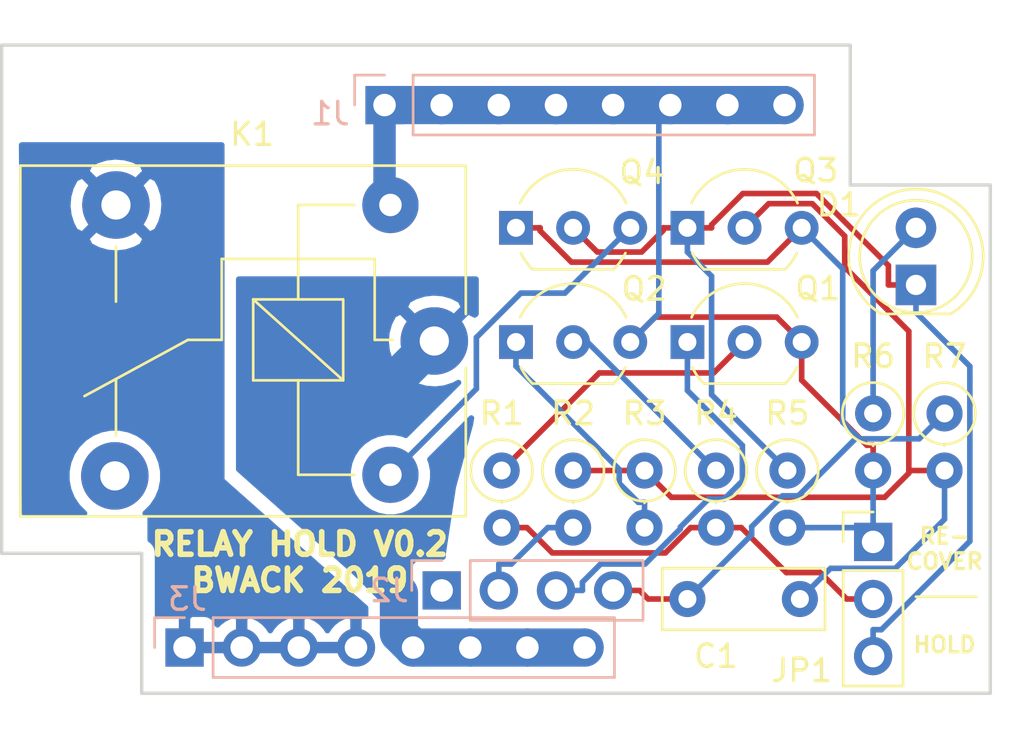
<source format=kicad_pcb>
(kicad_pcb (version 20171130) (host pcbnew "(5.1.2)-1")

  (general
    (thickness 1.6)
    (drawings 12)
    (tracks 134)
    (zones 0)
    (modules 18)
    (nets 17)
  )

  (page A4)
  (layers
    (0 F.Cu signal)
    (31 B.Cu signal)
    (32 B.Adhes user)
    (33 F.Adhes user)
    (34 B.Paste user)
    (35 F.Paste user)
    (36 B.SilkS user)
    (37 F.SilkS user)
    (38 B.Mask user)
    (39 F.Mask user)
    (40 Dwgs.User user)
    (41 Cmts.User user)
    (42 Eco1.User user)
    (43 Eco2.User user)
    (44 Edge.Cuts user)
    (45 Margin user)
    (46 B.CrtYd user)
    (47 F.CrtYd user)
    (48 B.Fab user)
    (49 F.Fab user)
  )

  (setup
    (last_trace_width 0.25)
    (user_trace_width 1)
    (user_trace_width 1.7)
    (user_trace_width 2)
    (trace_clearance 0.2)
    (zone_clearance 0.508)
    (zone_45_only no)
    (trace_min 0.2)
    (via_size 0.8)
    (via_drill 0.4)
    (via_min_size 0.4)
    (via_min_drill 0.3)
    (uvia_size 0.3)
    (uvia_drill 0.1)
    (uvias_allowed no)
    (uvia_min_size 0.2)
    (uvia_min_drill 0.1)
    (edge_width 0.05)
    (segment_width 0.2)
    (pcb_text_width 0.3)
    (pcb_text_size 1.5 1.5)
    (mod_edge_width 0.12)
    (mod_text_size 1 1)
    (mod_text_width 0.15)
    (pad_size 1.524 1.524)
    (pad_drill 0.762)
    (pad_to_mask_clearance 0.051)
    (solder_mask_min_width 0.25)
    (aux_axis_origin 0 0)
    (visible_elements 7FFFFFFF)
    (pcbplotparams
      (layerselection 0x010fc_ffffffff)
      (usegerberextensions false)
      (usegerberattributes false)
      (usegerberadvancedattributes false)
      (creategerberjobfile false)
      (excludeedgelayer true)
      (linewidth 0.100000)
      (plotframeref false)
      (viasonmask false)
      (mode 1)
      (useauxorigin false)
      (hpglpennumber 1)
      (hpglpenspeed 20)
      (hpglpendiameter 15.000000)
      (psnegative false)
      (psa4output false)
      (plotreference true)
      (plotvalue true)
      (plotinvisibletext false)
      (padsonsilk false)
      (subtractmaskfromsilk false)
      (outputformat 1)
      (mirror false)
      (drillshape 0)
      (scaleselection 1)
      (outputdirectory "gerber"))
  )

  (net 0 "")
  (net 1 GND)
  (net 2 "Net-(D1-Pad2)")
  (net 3 /V_IN)
  (net 4 /OVERVOLTAGE)
  (net 5 /PGATE)
  (net 6 /9VAC1')
  (net 7 /9VAC1)
  (net 8 "Net-(JP1-Pad2)")
  (net 9 "Net-(K1-Pad5)")
  (net 10 "Net-(Q2-Pad1)")
  (net 11 "Net-(Q2-Pad2)")
  (net 12 "Net-(J2-Pad1)")
  (net 13 "Net-(K1-Pad4)")
  (net 14 "Net-(Q1-Pad2)")
  (net 15 /OV_GATE)
  (net 16 /MOSFET_GATE)

  (net_class Default "This is the default net class."
    (clearance 0.2)
    (trace_width 0.25)
    (via_dia 0.8)
    (via_drill 0.4)
    (uvia_dia 0.3)
    (uvia_drill 0.1)
    (add_net /9VAC1)
    (add_net /9VAC1')
    (add_net /MOSFET_GATE)
    (add_net /OVERVOLTAGE)
    (add_net /OV_GATE)
    (add_net /PGATE)
    (add_net /V_IN)
    (add_net GND)
    (add_net "Net-(D1-Pad2)")
    (add_net "Net-(J2-Pad1)")
    (add_net "Net-(JP1-Pad2)")
    (add_net "Net-(K1-Pad4)")
    (add_net "Net-(K1-Pad5)")
    (add_net "Net-(Q1-Pad2)")
    (add_net "Net-(Q2-Pad1)")
    (add_net "Net-(Q2-Pad2)")
  )

  (module Capacitor_THT:C_Rect_L7.0mm_W2.5mm_P5.00mm (layer F.Cu) (tedit 5AE50EF0) (tstamp 5D4760D4)
    (at 182.8 118.11 180)
    (descr "C, Rect series, Radial, pin pitch=5.00mm, , length*width=7*2.5mm^2, Capacitor")
    (tags "C Rect series Radial pin pitch 5.00mm  length 7mm width 2.5mm Capacitor")
    (path /5D478324)
    (fp_text reference C1 (at 3.73 -2.54) (layer F.SilkS)
      (effects (font (size 1 1) (thickness 0.15)))
    )
    (fp_text value 1u (at 2.5 2.5) (layer F.Fab)
      (effects (font (size 1 1) (thickness 0.15)))
    )
    (fp_line (start -1 -1.25) (end -1 1.25) (layer F.Fab) (width 0.1))
    (fp_line (start -1 1.25) (end 6 1.25) (layer F.Fab) (width 0.1))
    (fp_line (start 6 1.25) (end 6 -1.25) (layer F.Fab) (width 0.1))
    (fp_line (start 6 -1.25) (end -1 -1.25) (layer F.Fab) (width 0.1))
    (fp_line (start -1.12 -1.37) (end 6.12 -1.37) (layer F.SilkS) (width 0.12))
    (fp_line (start -1.12 1.37) (end 6.12 1.37) (layer F.SilkS) (width 0.12))
    (fp_line (start -1.12 -1.37) (end -1.12 1.37) (layer F.SilkS) (width 0.12))
    (fp_line (start 6.12 -1.37) (end 6.12 1.37) (layer F.SilkS) (width 0.12))
    (fp_line (start -1.25 -1.5) (end -1.25 1.5) (layer F.CrtYd) (width 0.05))
    (fp_line (start -1.25 1.5) (end 6.25 1.5) (layer F.CrtYd) (width 0.05))
    (fp_line (start 6.25 1.5) (end 6.25 -1.5) (layer F.CrtYd) (width 0.05))
    (fp_line (start 6.25 -1.5) (end -1.25 -1.5) (layer F.CrtYd) (width 0.05))
    (fp_text user %R (at 2.5 0) (layer F.Fab)
      (effects (font (size 1 1) (thickness 0.15)))
    )
    (pad 1 thru_hole circle (at 0 0 180) (size 1.6 1.6) (drill 0.8) (layers *.Cu *.Mask)
      (net 15 /OV_GATE))
    (pad 2 thru_hole circle (at 5 0 180) (size 1.6 1.6) (drill 0.8) (layers *.Cu *.Mask)
      (net 1 GND))
    (model ${KISYS3DMOD}/Capacitor_THT.3dshapes/C_Rect_L7.0mm_W2.5mm_P5.00mm.wrl
      (at (xyz 0 0 0))
      (scale (xyz 1 1 1))
      (rotate (xyz 0 0 0))
    )
  )

  (module LED_THT:LED_D5.0mm (layer F.Cu) (tedit 5995936A) (tstamp 5D4760E6)
    (at 187.96 104.14 90)
    (descr "LED, diameter 5.0mm, 2 pins, http://cdn-reichelt.de/documents/datenblatt/A500/LL-504BC2E-009.pdf")
    (tags "LED diameter 5.0mm 2 pins")
    (path /5D60F16E)
    (fp_text reference D1 (at 3.572425 -3.434945 180) (layer F.SilkS)
      (effects (font (size 1 1) (thickness 0.15)))
    )
    (fp_text value RED_LED (at 1.27 3.96 90) (layer F.Fab)
      (effects (font (size 1 1) (thickness 0.15)))
    )
    (fp_arc (start 1.27 0) (end -1.23 -1.469694) (angle 299.1) (layer F.Fab) (width 0.1))
    (fp_arc (start 1.27 0) (end -1.29 -1.54483) (angle 148.9) (layer F.SilkS) (width 0.12))
    (fp_arc (start 1.27 0) (end -1.29 1.54483) (angle -148.9) (layer F.SilkS) (width 0.12))
    (fp_circle (center 1.27 0) (end 3.77 0) (layer F.Fab) (width 0.1))
    (fp_circle (center 1.27 0) (end 3.77 0) (layer F.SilkS) (width 0.12))
    (fp_line (start -1.23 -1.469694) (end -1.23 1.469694) (layer F.Fab) (width 0.1))
    (fp_line (start -1.29 -1.545) (end -1.29 1.545) (layer F.SilkS) (width 0.12))
    (fp_line (start -1.95 -3.25) (end -1.95 3.25) (layer F.CrtYd) (width 0.05))
    (fp_line (start -1.95 3.25) (end 4.5 3.25) (layer F.CrtYd) (width 0.05))
    (fp_line (start 4.5 3.25) (end 4.5 -3.25) (layer F.CrtYd) (width 0.05))
    (fp_line (start 4.5 -3.25) (end -1.95 -3.25) (layer F.CrtYd) (width 0.05))
    (fp_text user %R (at 1.25 0) (layer F.Fab)
      (effects (font (size 0.8 0.8) (thickness 0.2)))
    )
    (pad 1 thru_hole rect (at 0 0 90) (size 1.8 1.8) (drill 0.9) (layers *.Cu *.Mask)
      (net 16 /MOSFET_GATE))
    (pad 2 thru_hole circle (at 2.54 0 90) (size 1.8 1.8) (drill 0.9) (layers *.Cu *.Mask)
      (net 2 "Net-(D1-Pad2)"))
    (model ${KISYS3DMOD}/LED_THT.3dshapes/LED_D5.0mm.wrl
      (at (xyz 0 0 0))
      (scale (xyz 1 1 1))
      (rotate (xyz 0 0 0))
    )
  )

  (module Connector_PinHeader_2.54mm:PinHeader_1x08_P2.54mm_Vertical (layer B.Cu) (tedit 59FED5CC) (tstamp 5D476CA7)
    (at 164.338 96.139 270)
    (descr "Through hole straight pin header, 1x08, 2.54mm pitch, single row")
    (tags "Through hole pin header THT 1x08 2.54mm single row")
    (path /5D4F707D)
    (fp_text reference J1 (at 0.381 2.413) (layer B.SilkS)
      (effects (font (size 1 1) (thickness 0.15)) (justify mirror))
    )
    (fp_text value Conn_01x08 (at 0 -20.11 270) (layer B.Fab)
      (effects (font (size 1 1) (thickness 0.15)) (justify mirror))
    )
    (fp_text user %R (at 0 -8.89) (layer B.Fab)
      (effects (font (size 1 1) (thickness 0.15)) (justify mirror))
    )
    (fp_line (start 1.8 1.8) (end -1.8 1.8) (layer B.CrtYd) (width 0.05))
    (fp_line (start 1.8 -19.55) (end 1.8 1.8) (layer B.CrtYd) (width 0.05))
    (fp_line (start -1.8 -19.55) (end 1.8 -19.55) (layer B.CrtYd) (width 0.05))
    (fp_line (start -1.8 1.8) (end -1.8 -19.55) (layer B.CrtYd) (width 0.05))
    (fp_line (start -1.33 1.33) (end 0 1.33) (layer B.SilkS) (width 0.12))
    (fp_line (start -1.33 0) (end -1.33 1.33) (layer B.SilkS) (width 0.12))
    (fp_line (start -1.33 -1.27) (end 1.33 -1.27) (layer B.SilkS) (width 0.12))
    (fp_line (start 1.33 -1.27) (end 1.33 -19.11) (layer B.SilkS) (width 0.12))
    (fp_line (start -1.33 -1.27) (end -1.33 -19.11) (layer B.SilkS) (width 0.12))
    (fp_line (start -1.33 -19.11) (end 1.33 -19.11) (layer B.SilkS) (width 0.12))
    (fp_line (start -1.27 0.635) (end -0.635 1.27) (layer B.Fab) (width 0.1))
    (fp_line (start -1.27 -19.05) (end -1.27 0.635) (layer B.Fab) (width 0.1))
    (fp_line (start 1.27 -19.05) (end -1.27 -19.05) (layer B.Fab) (width 0.1))
    (fp_line (start 1.27 1.27) (end 1.27 -19.05) (layer B.Fab) (width 0.1))
    (fp_line (start -0.635 1.27) (end 1.27 1.27) (layer B.Fab) (width 0.1))
    (pad 8 thru_hole oval (at 0 -17.78 270) (size 1.7 1.7) (drill 1) (layers *.Cu *.Mask)
      (net 3 /V_IN))
    (pad 7 thru_hole oval (at 0 -15.24 270) (size 1.7 1.7) (drill 1) (layers *.Cu *.Mask)
      (net 3 /V_IN))
    (pad 6 thru_hole oval (at 0 -12.7 270) (size 1.7 1.7) (drill 1) (layers *.Cu *.Mask)
      (net 3 /V_IN))
    (pad 5 thru_hole oval (at 0 -10.16 270) (size 1.7 1.7) (drill 1) (layers *.Cu *.Mask)
      (net 3 /V_IN))
    (pad 4 thru_hole oval (at 0 -7.62 270) (size 1.7 1.7) (drill 1) (layers *.Cu *.Mask)
      (net 3 /V_IN))
    (pad 3 thru_hole oval (at 0 -5.08 270) (size 1.7 1.7) (drill 1) (layers *.Cu *.Mask)
      (net 3 /V_IN))
    (pad 2 thru_hole oval (at 0 -2.54 270) (size 1.7 1.7) (drill 1) (layers *.Cu *.Mask)
      (net 3 /V_IN))
    (pad 1 thru_hole rect (at 0 0 270) (size 1.7 1.7) (drill 1) (layers *.Cu *.Mask)
      (net 3 /V_IN))
    (model ${KISYS3DMOD}/Connector_PinHeader_2.54mm.3dshapes/PinHeader_1x08_P2.54mm_Vertical.wrl
      (at (xyz 0 0 0))
      (scale (xyz 1 1 1))
      (rotate (xyz 0 0 0))
    )
  )

  (module Connector_PinHeader_2.54mm:PinHeader_1x04_P2.54mm_Vertical (layer B.Cu) (tedit 59FED5CC) (tstamp 5D47611A)
    (at 166.878 117.729 270)
    (descr "Through hole straight pin header, 1x04, 2.54mm pitch, single row")
    (tags "Through hole pin header THT 1x04 2.54mm single row")
    (path /5D4F8170)
    (fp_text reference J2 (at 0 2.33) (layer B.SilkS)
      (effects (font (size 1 1) (thickness 0.15)) (justify mirror))
    )
    (fp_text value Conn_01x04 (at 0 -9.95 270) (layer B.Fab)
      (effects (font (size 1 1) (thickness 0.15)) (justify mirror))
    )
    (fp_line (start -0.635 1.27) (end 1.27 1.27) (layer B.Fab) (width 0.1))
    (fp_line (start 1.27 1.27) (end 1.27 -8.89) (layer B.Fab) (width 0.1))
    (fp_line (start 1.27 -8.89) (end -1.27 -8.89) (layer B.Fab) (width 0.1))
    (fp_line (start -1.27 -8.89) (end -1.27 0.635) (layer B.Fab) (width 0.1))
    (fp_line (start -1.27 0.635) (end -0.635 1.27) (layer B.Fab) (width 0.1))
    (fp_line (start -1.33 -8.95) (end 1.33 -8.95) (layer B.SilkS) (width 0.12))
    (fp_line (start -1.33 -1.27) (end -1.33 -8.95) (layer B.SilkS) (width 0.12))
    (fp_line (start 1.33 -1.27) (end 1.33 -8.95) (layer B.SilkS) (width 0.12))
    (fp_line (start -1.33 -1.27) (end 1.33 -1.27) (layer B.SilkS) (width 0.12))
    (fp_line (start -1.33 0) (end -1.33 1.33) (layer B.SilkS) (width 0.12))
    (fp_line (start -1.33 1.33) (end 0 1.33) (layer B.SilkS) (width 0.12))
    (fp_line (start -1.8 1.8) (end -1.8 -9.4) (layer B.CrtYd) (width 0.05))
    (fp_line (start -1.8 -9.4) (end 1.8 -9.4) (layer B.CrtYd) (width 0.05))
    (fp_line (start 1.8 -9.4) (end 1.8 1.8) (layer B.CrtYd) (width 0.05))
    (fp_line (start 1.8 1.8) (end -1.8 1.8) (layer B.CrtYd) (width 0.05))
    (fp_text user %R (at 0 -3.81) (layer B.Fab)
      (effects (font (size 1 1) (thickness 0.15)) (justify mirror))
    )
    (pad 1 thru_hole rect (at 0 0 270) (size 1.7 1.7) (drill 1) (layers *.Cu *.Mask)
      (net 12 "Net-(J2-Pad1)"))
    (pad 2 thru_hole oval (at 0 -2.54 270) (size 1.7 1.7) (drill 1) (layers *.Cu *.Mask)
      (net 4 /OVERVOLTAGE))
    (pad 3 thru_hole oval (at 0 -5.08 270) (size 1.7 1.7) (drill 1) (layers *.Cu *.Mask)
      (net 5 /PGATE))
    (pad 4 thru_hole oval (at 0 -7.62 270) (size 1.7 1.7) (drill 1) (layers *.Cu *.Mask)
      (net 1 GND))
    (model ${KISYS3DMOD}/Connector_PinHeader_2.54mm.3dshapes/PinHeader_1x04_P2.54mm_Vertical.wrl
      (at (xyz 0 0 0))
      (scale (xyz 1 1 1))
      (rotate (xyz 0 0 0))
    )
  )

  (module Connector_PinHeader_2.54mm:PinHeader_1x08_P2.54mm_Vertical (layer B.Cu) (tedit 59FED5CC) (tstamp 5D476136)
    (at 155.448 120.269 270)
    (descr "Through hole straight pin header, 1x08, 2.54mm pitch, single row")
    (tags "Through hole pin header THT 1x08 2.54mm single row")
    (path /5D4F776C)
    (fp_text reference J3 (at -2.159 -0.127) (layer B.SilkS)
      (effects (font (size 1 1) (thickness 0.15)) (justify mirror))
    )
    (fp_text value Conn_01x08 (at 0 -20.11 270) (layer B.Fab)
      (effects (font (size 1 1) (thickness 0.15)) (justify mirror))
    )
    (fp_line (start -0.635 1.27) (end 1.27 1.27) (layer B.Fab) (width 0.1))
    (fp_line (start 1.27 1.27) (end 1.27 -19.05) (layer B.Fab) (width 0.1))
    (fp_line (start 1.27 -19.05) (end -1.27 -19.05) (layer B.Fab) (width 0.1))
    (fp_line (start -1.27 -19.05) (end -1.27 0.635) (layer B.Fab) (width 0.1))
    (fp_line (start -1.27 0.635) (end -0.635 1.27) (layer B.Fab) (width 0.1))
    (fp_line (start -1.33 -19.11) (end 1.33 -19.11) (layer B.SilkS) (width 0.12))
    (fp_line (start -1.33 -1.27) (end -1.33 -19.11) (layer B.SilkS) (width 0.12))
    (fp_line (start 1.33 -1.27) (end 1.33 -19.11) (layer B.SilkS) (width 0.12))
    (fp_line (start -1.33 -1.27) (end 1.33 -1.27) (layer B.SilkS) (width 0.12))
    (fp_line (start -1.33 0) (end -1.33 1.33) (layer B.SilkS) (width 0.12))
    (fp_line (start -1.33 1.33) (end 0 1.33) (layer B.SilkS) (width 0.12))
    (fp_line (start -1.8 1.8) (end -1.8 -19.55) (layer B.CrtYd) (width 0.05))
    (fp_line (start -1.8 -19.55) (end 1.8 -19.55) (layer B.CrtYd) (width 0.05))
    (fp_line (start 1.8 -19.55) (end 1.8 1.8) (layer B.CrtYd) (width 0.05))
    (fp_line (start 1.8 1.8) (end -1.8 1.8) (layer B.CrtYd) (width 0.05))
    (fp_text user %R (at 0 -8.89) (layer B.Fab)
      (effects (font (size 1 1) (thickness 0.15)) (justify mirror))
    )
    (pad 1 thru_hole rect (at 0 0 270) (size 1.7 1.7) (drill 1) (layers *.Cu *.Mask)
      (net 6 /9VAC1'))
    (pad 2 thru_hole oval (at 0 -2.54 270) (size 1.7 1.7) (drill 1) (layers *.Cu *.Mask)
      (net 6 /9VAC1'))
    (pad 3 thru_hole oval (at 0 -5.08 270) (size 1.7 1.7) (drill 1) (layers *.Cu *.Mask)
      (net 6 /9VAC1'))
    (pad 4 thru_hole oval (at 0 -7.62 270) (size 1.7 1.7) (drill 1) (layers *.Cu *.Mask)
      (net 6 /9VAC1'))
    (pad 5 thru_hole oval (at 0 -10.16 270) (size 1.7 1.7) (drill 1) (layers *.Cu *.Mask)
      (net 7 /9VAC1))
    (pad 6 thru_hole oval (at 0 -12.7 270) (size 1.7 1.7) (drill 1) (layers *.Cu *.Mask)
      (net 7 /9VAC1))
    (pad 7 thru_hole oval (at 0 -15.24 270) (size 1.7 1.7) (drill 1) (layers *.Cu *.Mask)
      (net 7 /9VAC1))
    (pad 8 thru_hole oval (at 0 -17.78 270) (size 1.7 1.7) (drill 1) (layers *.Cu *.Mask)
      (net 7 /9VAC1))
    (model ${KISYS3DMOD}/Connector_PinHeader_2.54mm.3dshapes/PinHeader_1x08_P2.54mm_Vertical.wrl
      (at (xyz 0 0 0))
      (scale (xyz 1 1 1))
      (rotate (xyz 0 0 0))
    )
  )

  (module Connector_PinHeader_2.54mm:PinHeader_1x03_P2.54mm_Vertical (layer F.Cu) (tedit 59FED5CC) (tstamp 5D630FF3)
    (at 186.055 115.57)
    (descr "Through hole straight pin header, 1x03, 2.54mm pitch, single row")
    (tags "Through hole pin header THT 1x03 2.54mm single row")
    (path /5D5B7B1A)
    (fp_text reference JP1 (at -3.175 5.715) (layer F.SilkS)
      (effects (font (size 1 1) (thickness 0.15)))
    )
    (fp_text value Jumper_3_Open (at 0 7.41) (layer F.Fab)
      (effects (font (size 1 1) (thickness 0.15)))
    )
    (fp_line (start -0.635 -1.27) (end 1.27 -1.27) (layer F.Fab) (width 0.1))
    (fp_line (start 1.27 -1.27) (end 1.27 6.35) (layer F.Fab) (width 0.1))
    (fp_line (start 1.27 6.35) (end -1.27 6.35) (layer F.Fab) (width 0.1))
    (fp_line (start -1.27 6.35) (end -1.27 -0.635) (layer F.Fab) (width 0.1))
    (fp_line (start -1.27 -0.635) (end -0.635 -1.27) (layer F.Fab) (width 0.1))
    (fp_line (start -1.33 6.41) (end 1.33 6.41) (layer F.SilkS) (width 0.12))
    (fp_line (start -1.33 1.27) (end -1.33 6.41) (layer F.SilkS) (width 0.12))
    (fp_line (start 1.33 1.27) (end 1.33 6.41) (layer F.SilkS) (width 0.12))
    (fp_line (start -1.33 1.27) (end 1.33 1.27) (layer F.SilkS) (width 0.12))
    (fp_line (start -1.33 0) (end -1.33 -1.33) (layer F.SilkS) (width 0.12))
    (fp_line (start -1.33 -1.33) (end 0 -1.33) (layer F.SilkS) (width 0.12))
    (fp_line (start -1.8 -1.8) (end -1.8 6.85) (layer F.CrtYd) (width 0.05))
    (fp_line (start -1.8 6.85) (end 1.8 6.85) (layer F.CrtYd) (width 0.05))
    (fp_line (start 1.8 6.85) (end 1.8 -1.8) (layer F.CrtYd) (width 0.05))
    (fp_line (start 1.8 -1.8) (end -1.8 -1.8) (layer F.CrtYd) (width 0.05))
    (fp_text user %R (at 0 2.54 90) (layer F.Fab)
      (effects (font (size 1 1) (thickness 0.15)))
    )
    (pad 1 thru_hole rect (at 0 0) (size 1.7 1.7) (drill 1) (layers *.Cu *.Mask)
      (net 3 /V_IN))
    (pad 2 thru_hole oval (at 0 2.54) (size 1.7 1.7) (drill 1) (layers *.Cu *.Mask)
      (net 8 "Net-(JP1-Pad2)"))
    (pad 3 thru_hole oval (at 0 5.08) (size 1.7 1.7) (drill 1) (layers *.Cu *.Mask)
      (net 16 /MOSFET_GATE))
    (model ${KISYS3DMOD}/Connector_PinHeader_2.54mm.3dshapes/PinHeader_1x03_P2.54mm_Vertical.wrl
      (at (xyz 0 0 0))
      (scale (xyz 1 1 1))
      (rotate (xyz 0 0 0))
    )
  )

  (module Relay_THT:Relay_SPDT_SANYOU_SRD_Series_Form_C (layer F.Cu) (tedit 58FA3148) (tstamp 5D62DEA8)
    (at 166.55 106.634 180)
    (descr "relay Sanyou SRD series Form C http://www.sanyourelay.ca/public/products/pdf/SRD.pdf")
    (tags "relay Sanyu SRD form C")
    (path /5D4738B9)
    (fp_text reference K1 (at 8.1 9.2) (layer F.SilkS)
      (effects (font (size 1 1) (thickness 0.15)))
    )
    (fp_text value SANYOU_SRD_Form_C (at 8 -9.6) (layer F.Fab)
      (effects (font (size 1 1) (thickness 0.15)))
    )
    (fp_line (start -1.4 1.2) (end -1.4 7.8) (layer F.SilkS) (width 0.12))
    (fp_line (start -1.4 -7.8) (end -1.4 -1.2) (layer F.SilkS) (width 0.12))
    (fp_line (start -1.4 -7.8) (end 18.4 -7.8) (layer F.SilkS) (width 0.12))
    (fp_line (start 18.4 -7.8) (end 18.4 7.8) (layer F.SilkS) (width 0.12))
    (fp_line (start 18.4 7.8) (end -1.4 7.8) (layer F.SilkS) (width 0.12))
    (fp_text user 1 (at 0 -2.3) (layer F.Fab)
      (effects (font (size 1 1) (thickness 0.15)))
    )
    (fp_line (start -1.3 -7.7) (end 18.3 -7.7) (layer F.Fab) (width 0.12))
    (fp_line (start 18.3 -7.7) (end 18.3 7.7) (layer F.Fab) (width 0.12))
    (fp_line (start 18.3 7.7) (end -1.3 7.7) (layer F.Fab) (width 0.12))
    (fp_line (start -1.3 7.7) (end -1.3 -7.7) (layer F.Fab) (width 0.12))
    (fp_text user %R (at 7.1 0.025) (layer F.Fab)
      (effects (font (size 1 1) (thickness 0.15)))
    )
    (fp_line (start 18.55 -7.95) (end -1.55 -7.95) (layer F.CrtYd) (width 0.05))
    (fp_line (start -1.55 7.95) (end -1.55 -7.95) (layer F.CrtYd) (width 0.05))
    (fp_line (start 18.55 -7.95) (end 18.55 7.95) (layer F.CrtYd) (width 0.05))
    (fp_line (start -1.55 7.95) (end 18.55 7.95) (layer F.CrtYd) (width 0.05))
    (fp_line (start 14.15 4.2) (end 14.15 1.75) (layer F.SilkS) (width 0.12))
    (fp_line (start 14.15 -4.2) (end 14.15 -1.7) (layer F.SilkS) (width 0.12))
    (fp_line (start 3.55 6.05) (end 6.05 6.05) (layer F.SilkS) (width 0.12))
    (fp_line (start 2.65 0.05) (end 1.85 0.05) (layer F.SilkS) (width 0.12))
    (fp_line (start 6.05 -5.95) (end 3.55 -5.95) (layer F.SilkS) (width 0.12))
    (fp_line (start 9.45 0.05) (end 10.95 0.05) (layer F.SilkS) (width 0.12))
    (fp_line (start 10.95 0.05) (end 15.55 -2.45) (layer F.SilkS) (width 0.12))
    (fp_line (start 9.45 3.65) (end 2.65 3.65) (layer F.SilkS) (width 0.12))
    (fp_line (start 9.45 0.05) (end 9.45 3.65) (layer F.SilkS) (width 0.12))
    (fp_line (start 2.65 0.05) (end 2.65 3.65) (layer F.SilkS) (width 0.12))
    (fp_line (start 6.05 -5.95) (end 6.05 -1.75) (layer F.SilkS) (width 0.12))
    (fp_line (start 6.05 1.85) (end 6.05 6.05) (layer F.SilkS) (width 0.12))
    (fp_line (start 8.05 1.85) (end 4.05 -1.75) (layer F.SilkS) (width 0.12))
    (fp_line (start 4.05 1.85) (end 4.05 -1.75) (layer F.SilkS) (width 0.12))
    (fp_line (start 4.05 -1.75) (end 8.05 -1.75) (layer F.SilkS) (width 0.12))
    (fp_line (start 8.05 -1.75) (end 8.05 1.85) (layer F.SilkS) (width 0.12))
    (fp_line (start 8.05 1.85) (end 4.05 1.85) (layer F.SilkS) (width 0.12))
    (pad 2 thru_hole circle (at 1.95 6.05 270) (size 2.5 2.5) (drill 1) (layers *.Cu *.Mask)
      (net 3 /V_IN))
    (pad 3 thru_hole circle (at 14.15 6.05 270) (size 3 3) (drill 1.3) (layers *.Cu *.Mask)
      (net 6 /9VAC1'))
    (pad 4 thru_hole circle (at 14.2 -6 270) (size 3 3) (drill 1.3) (layers *.Cu *.Mask)
      (net 13 "Net-(K1-Pad4)"))
    (pad 5 thru_hole circle (at 1.95 -5.95 270) (size 2.5 2.5) (drill 1) (layers *.Cu *.Mask)
      (net 9 "Net-(K1-Pad5)"))
    (pad 1 thru_hole circle (at 0 0 270) (size 3 3) (drill 1.3) (layers *.Cu *.Mask)
      (net 7 /9VAC1))
    (model ${KISYS3DMOD}/Relay_THT.3dshapes/Relay_SPDT_SANYOU_SRD_Series_Form_C.wrl
      (at (xyz 0 0 0))
      (scale (xyz 1 1 1))
      (rotate (xyz 0 0 0))
    )
    (model ${KIPRJMOD}/3d/Relay_SPDT_SANYOU_SRD_Series_Form_C.wrl
      (at (xyz 0 0 0))
      (scale (xyz 1 1 1))
      (rotate (xyz 0 0 0))
    )
  )

  (module Package_TO_SOT_THT:TO-92_Inline_Wide (layer F.Cu) (tedit 5A02FF81) (tstamp 5D62DA01)
    (at 177.8 106.68)
    (descr "TO-92 leads in-line, wide, drill 0.75mm (see NXP sot054_po.pdf)")
    (tags "to-92 sc-43 sc-43a sot54 PA33 transistor")
    (path /5D55EF5D)
    (fp_text reference Q1 (at 5.804286 -2.381853) (layer F.SilkS)
      (effects (font (size 1 1) (thickness 0.15)))
    )
    (fp_text value Q_PNP_BCE (at 2.54 2.79) (layer F.Fab)
      (effects (font (size 1 1) (thickness 0.15)))
    )
    (fp_arc (start 2.54 0) (end 4.34 1.85) (angle -20) (layer F.SilkS) (width 0.12))
    (fp_arc (start 2.54 0) (end 2.54 -2.48) (angle -135) (layer F.Fab) (width 0.1))
    (fp_arc (start 2.54 0) (end 2.54 -2.48) (angle 135) (layer F.Fab) (width 0.1))
    (fp_arc (start 2.54 0) (end 2.54 -2.6) (angle 65) (layer F.SilkS) (width 0.12))
    (fp_arc (start 2.54 0) (end 2.54 -2.6) (angle -65) (layer F.SilkS) (width 0.12))
    (fp_arc (start 2.54 0) (end 0.74 1.85) (angle 20) (layer F.SilkS) (width 0.12))
    (fp_line (start 6.09 2.01) (end -1.01 2.01) (layer F.CrtYd) (width 0.05))
    (fp_line (start 6.09 2.01) (end 6.09 -2.73) (layer F.CrtYd) (width 0.05))
    (fp_line (start -1.01 -2.73) (end -1.01 2.01) (layer F.CrtYd) (width 0.05))
    (fp_line (start -1.01 -2.73) (end 6.09 -2.73) (layer F.CrtYd) (width 0.05))
    (fp_line (start 0.8 1.75) (end 4.3 1.75) (layer F.Fab) (width 0.1))
    (fp_line (start 0.74 1.85) (end 4.34 1.85) (layer F.SilkS) (width 0.12))
    (fp_text user %R (at 2.54 -3.56) (layer F.Fab)
      (effects (font (size 1 1) (thickness 0.15)))
    )
    (pad 1 thru_hole rect (at 0 0 90) (size 1.5 1.5) (drill 0.8) (layers *.Cu *.Mask)
      (net 5 /PGATE))
    (pad 3 thru_hole circle (at 5.08 0 90) (size 1.5 1.5) (drill 0.8) (layers *.Cu *.Mask)
      (net 3 /V_IN))
    (pad 2 thru_hole circle (at 2.54 0 90) (size 1.5 1.5) (drill 0.8) (layers *.Cu *.Mask)
      (net 14 "Net-(Q1-Pad2)"))
    (model ${KISYS3DMOD}/Package_TO_SOT_THT.3dshapes/TO-92_Inline_Wide.wrl
      (at (xyz 0 0 0))
      (scale (xyz 1 1 1))
      (rotate (xyz 0 0 0))
    )
  )

  (module Package_TO_SOT_THT:TO-92_Inline_Wide (layer F.Cu) (tedit 5A02FF81) (tstamp 5D62DA14)
    (at 170.18 106.68)
    (descr "TO-92 leads in-line, wide, drill 0.75mm (see NXP sot054_po.pdf)")
    (tags "to-92 sc-43 sc-43a sot54 PA33 transistor")
    (path /5D47588C)
    (fp_text reference Q2 (at 5.697358 -2.36467) (layer F.SilkS)
      (effects (font (size 1 1) (thickness 0.15)))
    )
    (fp_text value Q_PNP_BCE (at 2.54 2.79) (layer F.Fab)
      (effects (font (size 1 1) (thickness 0.15)))
    )
    (fp_arc (start 2.54 0) (end 4.34 1.85) (angle -20) (layer F.SilkS) (width 0.12))
    (fp_arc (start 2.54 0) (end 2.54 -2.48) (angle -135) (layer F.Fab) (width 0.1))
    (fp_arc (start 2.54 0) (end 2.54 -2.48) (angle 135) (layer F.Fab) (width 0.1))
    (fp_arc (start 2.54 0) (end 2.54 -2.6) (angle 65) (layer F.SilkS) (width 0.12))
    (fp_arc (start 2.54 0) (end 2.54 -2.6) (angle -65) (layer F.SilkS) (width 0.12))
    (fp_arc (start 2.54 0) (end 0.74 1.85) (angle 20) (layer F.SilkS) (width 0.12))
    (fp_line (start 6.09 2.01) (end -1.01 2.01) (layer F.CrtYd) (width 0.05))
    (fp_line (start 6.09 2.01) (end 6.09 -2.73) (layer F.CrtYd) (width 0.05))
    (fp_line (start -1.01 -2.73) (end -1.01 2.01) (layer F.CrtYd) (width 0.05))
    (fp_line (start -1.01 -2.73) (end 6.09 -2.73) (layer F.CrtYd) (width 0.05))
    (fp_line (start 0.8 1.75) (end 4.3 1.75) (layer F.Fab) (width 0.1))
    (fp_line (start 0.74 1.85) (end 4.34 1.85) (layer F.SilkS) (width 0.12))
    (fp_text user %R (at 2.54 -3.56) (layer F.Fab)
      (effects (font (size 1 1) (thickness 0.15)))
    )
    (pad 1 thru_hole rect (at 0 0 90) (size 1.5 1.5) (drill 0.8) (layers *.Cu *.Mask)
      (net 10 "Net-(Q2-Pad1)"))
    (pad 3 thru_hole circle (at 5.08 0 90) (size 1.5 1.5) (drill 0.8) (layers *.Cu *.Mask)
      (net 3 /V_IN))
    (pad 2 thru_hole circle (at 2.54 0 90) (size 1.5 1.5) (drill 0.8) (layers *.Cu *.Mask)
      (net 11 "Net-(Q2-Pad2)"))
    (model ${KISYS3DMOD}/Package_TO_SOT_THT.3dshapes/TO-92_Inline_Wide.wrl
      (at (xyz 0 0 0))
      (scale (xyz 1 1 1))
      (rotate (xyz 0 0 0))
    )
  )

  (module Package_TO_SOT_THT:TO-92_Inline_Wide (layer F.Cu) (tedit 5A02FF81) (tstamp 5D62DA27)
    (at 177.8 101.6)
    (descr "TO-92 leads in-line, wide, drill 0.75mm (see NXP sot054_po.pdf)")
    (tags "to-92 sc-43 sc-43a sot54 PA33 transistor")
    (path /5D4744D9)
    (fp_text reference Q3 (at 5.703679 -2.547447) (layer F.SilkS)
      (effects (font (size 1 1) (thickness 0.15)))
    )
    (fp_text value BC337 (at 2.54 2.79) (layer F.Fab)
      (effects (font (size 1 1) (thickness 0.15)))
    )
    (fp_text user %R (at 2.54 -3.56) (layer F.Fab)
      (effects (font (size 1 1) (thickness 0.15)))
    )
    (fp_line (start 0.74 1.85) (end 4.34 1.85) (layer F.SilkS) (width 0.12))
    (fp_line (start 0.8 1.75) (end 4.3 1.75) (layer F.Fab) (width 0.1))
    (fp_line (start -1.01 -2.73) (end 6.09 -2.73) (layer F.CrtYd) (width 0.05))
    (fp_line (start -1.01 -2.73) (end -1.01 2.01) (layer F.CrtYd) (width 0.05))
    (fp_line (start 6.09 2.01) (end 6.09 -2.73) (layer F.CrtYd) (width 0.05))
    (fp_line (start 6.09 2.01) (end -1.01 2.01) (layer F.CrtYd) (width 0.05))
    (fp_arc (start 2.54 0) (end 0.74 1.85) (angle 20) (layer F.SilkS) (width 0.12))
    (fp_arc (start 2.54 0) (end 2.54 -2.6) (angle -65) (layer F.SilkS) (width 0.12))
    (fp_arc (start 2.54 0) (end 2.54 -2.6) (angle 65) (layer F.SilkS) (width 0.12))
    (fp_arc (start 2.54 0) (end 2.54 -2.48) (angle 135) (layer F.Fab) (width 0.1))
    (fp_arc (start 2.54 0) (end 2.54 -2.48) (angle -135) (layer F.Fab) (width 0.1))
    (fp_arc (start 2.54 0) (end 4.34 1.85) (angle -20) (layer F.SilkS) (width 0.12))
    (pad 2 thru_hole circle (at 2.54 0 90) (size 1.5 1.5) (drill 0.8) (layers *.Cu *.Mask)
      (net 15 /OV_GATE))
    (pad 3 thru_hole circle (at 5.08 0 90) (size 1.5 1.5) (drill 0.8) (layers *.Cu *.Mask)
      (net 1 GND))
    (pad 1 thru_hole rect (at 0 0 90) (size 1.5 1.5) (drill 0.8) (layers *.Cu *.Mask)
      (net 16 /MOSFET_GATE))
    (model ${KISYS3DMOD}/Package_TO_SOT_THT.3dshapes/TO-92_Inline_Wide.wrl
      (at (xyz 0 0 0))
      (scale (xyz 1 1 1))
      (rotate (xyz 0 0 0))
    )
  )

  (module Package_TO_SOT_THT:TO-92_Inline_Wide (layer F.Cu) (tedit 5A02FF81) (tstamp 5D62DA3A)
    (at 170.18 101.6)
    (descr "TO-92 leads in-line, wide, drill 0.75mm (see NXP sot054_po.pdf)")
    (tags "to-92 sc-43 sc-43a sot54 PA33 transistor")
    (path /5D4D6DDF)
    (fp_text reference Q4 (at 5.604227 -2.468959) (layer F.SilkS)
      (effects (font (size 1 1) (thickness 0.15)))
    )
    (fp_text value 2N7000 (at 2.54 2.79) (layer F.Fab)
      (effects (font (size 1 1) (thickness 0.15)))
    )
    (fp_text user %R (at 2.54 -3.56) (layer F.Fab)
      (effects (font (size 1 1) (thickness 0.15)))
    )
    (fp_line (start 0.74 1.85) (end 4.34 1.85) (layer F.SilkS) (width 0.12))
    (fp_line (start 0.8 1.75) (end 4.3 1.75) (layer F.Fab) (width 0.1))
    (fp_line (start -1.01 -2.73) (end 6.09 -2.73) (layer F.CrtYd) (width 0.05))
    (fp_line (start -1.01 -2.73) (end -1.01 2.01) (layer F.CrtYd) (width 0.05))
    (fp_line (start 6.09 2.01) (end 6.09 -2.73) (layer F.CrtYd) (width 0.05))
    (fp_line (start 6.09 2.01) (end -1.01 2.01) (layer F.CrtYd) (width 0.05))
    (fp_arc (start 2.54 0) (end 0.74 1.85) (angle 20) (layer F.SilkS) (width 0.12))
    (fp_arc (start 2.54 0) (end 2.54 -2.6) (angle -65) (layer F.SilkS) (width 0.12))
    (fp_arc (start 2.54 0) (end 2.54 -2.6) (angle 65) (layer F.SilkS) (width 0.12))
    (fp_arc (start 2.54 0) (end 2.54 -2.48) (angle 135) (layer F.Fab) (width 0.1))
    (fp_arc (start 2.54 0) (end 2.54 -2.48) (angle -135) (layer F.Fab) (width 0.1))
    (fp_arc (start 2.54 0) (end 4.34 1.85) (angle -20) (layer F.SilkS) (width 0.12))
    (pad 2 thru_hole circle (at 2.54 0 90) (size 1.5 1.5) (drill 0.8) (layers *.Cu *.Mask)
      (net 16 /MOSFET_GATE))
    (pad 3 thru_hole circle (at 5.08 0 90) (size 1.5 1.5) (drill 0.8) (layers *.Cu *.Mask)
      (net 9 "Net-(K1-Pad5)"))
    (pad 1 thru_hole rect (at 0 0 90) (size 1.5 1.5) (drill 0.8) (layers *.Cu *.Mask)
      (net 1 GND))
    (model ${KISYS3DMOD}/Package_TO_SOT_THT.3dshapes/TO-92_Inline_Wide.wrl
      (at (xyz 0 0 0))
      (scale (xyz 1 1 1))
      (rotate (xyz 0 0 0))
    )
  )

  (module Resistor_THT:R_Axial_DIN0207_L6.3mm_D2.5mm_P2.54mm_Vertical (layer F.Cu) (tedit 5AE5139B) (tstamp 5D6301AB)
    (at 169.545 112.395 270)
    (descr "Resistor, Axial_DIN0207 series, Axial, Vertical, pin pitch=2.54mm, 0.25W = 1/4W, length*diameter=6.3*2.5mm^2, http://cdn-reichelt.de/documents/datenblatt/B400/1_4W%23YAG.pdf")
    (tags "Resistor Axial_DIN0207 series Axial Vertical pin pitch 2.54mm 0.25W = 1/4W length 6.3mm diameter 2.5mm")
    (path /5D564462)
    (fp_text reference R1 (at -2.54 0 180) (layer F.SilkS)
      (effects (font (size 1 1) (thickness 0.15)))
    )
    (fp_text value 100K (at 1.27 2.37 90) (layer F.Fab)
      (effects (font (size 1 1) (thickness 0.15)))
    )
    (fp_circle (center 0 0) (end 1.25 0) (layer F.Fab) (width 0.1))
    (fp_circle (center 0 0) (end 1.37 0) (layer F.SilkS) (width 0.12))
    (fp_line (start 0 0) (end 2.54 0) (layer F.Fab) (width 0.1))
    (fp_line (start 1.37 0) (end 1.44 0) (layer F.SilkS) (width 0.12))
    (fp_line (start -1.5 -1.5) (end -1.5 1.5) (layer F.CrtYd) (width 0.05))
    (fp_line (start -1.5 1.5) (end 3.59 1.5) (layer F.CrtYd) (width 0.05))
    (fp_line (start 3.59 1.5) (end 3.59 -1.5) (layer F.CrtYd) (width 0.05))
    (fp_line (start 3.59 -1.5) (end -1.5 -1.5) (layer F.CrtYd) (width 0.05))
    (fp_text user %R (at 1.27 -2.37 90) (layer F.Fab)
      (effects (font (size 1 1) (thickness 0.15)))
    )
    (pad 1 thru_hole circle (at 0 0 270) (size 1.6 1.6) (drill 0.8) (layers *.Cu *.Mask)
      (net 14 "Net-(Q1-Pad2)"))
    (pad 2 thru_hole oval (at 2.54 0 270) (size 1.6 1.6) (drill 0.8) (layers *.Cu *.Mask)
      (net 8 "Net-(JP1-Pad2)"))
    (model ${KISYS3DMOD}/Resistor_THT.3dshapes/R_Axial_DIN0207_L6.3mm_D2.5mm_P2.54mm_Vertical.wrl
      (at (xyz 0 0 0))
      (scale (xyz 1 1 1))
      (rotate (xyz 0 0 0))
    )
  )

  (module Resistor_THT:R_Axial_DIN0207_L6.3mm_D2.5mm_P2.54mm_Vertical (layer F.Cu) (tedit 5AE5139B) (tstamp 5D6301B9)
    (at 172.72 112.395 270)
    (descr "Resistor, Axial_DIN0207 series, Axial, Vertical, pin pitch=2.54mm, 0.25W = 1/4W, length*diameter=6.3*2.5mm^2, http://cdn-reichelt.de/documents/datenblatt/B400/1_4W%23YAG.pdf")
    (tags "Resistor Axial_DIN0207 series Axial Vertical pin pitch 2.54mm 0.25W = 1/4W length 6.3mm diameter 2.5mm")
    (path /5D47926D)
    (fp_text reference R2 (at -2.54 0 180) (layer F.SilkS)
      (effects (font (size 1 1) (thickness 0.15)))
    )
    (fp_text value 100K (at 1.27 2.37 90) (layer F.Fab)
      (effects (font (size 1 1) (thickness 0.15)))
    )
    (fp_circle (center 0 0) (end 1.25 0) (layer F.Fab) (width 0.1))
    (fp_circle (center 0 0) (end 1.37 0) (layer F.SilkS) (width 0.12))
    (fp_line (start 0 0) (end 2.54 0) (layer F.Fab) (width 0.1))
    (fp_line (start 1.37 0) (end 1.44 0) (layer F.SilkS) (width 0.12))
    (fp_line (start -1.5 -1.5) (end -1.5 1.5) (layer F.CrtYd) (width 0.05))
    (fp_line (start -1.5 1.5) (end 3.59 1.5) (layer F.CrtYd) (width 0.05))
    (fp_line (start 3.59 1.5) (end 3.59 -1.5) (layer F.CrtYd) (width 0.05))
    (fp_line (start 3.59 -1.5) (end -1.5 -1.5) (layer F.CrtYd) (width 0.05))
    (fp_text user %R (at 1.27 -2.37 90) (layer F.Fab)
      (effects (font (size 1 1) (thickness 0.15)))
    )
    (pad 1 thru_hole circle (at 0 0 270) (size 1.6 1.6) (drill 0.8) (layers *.Cu *.Mask)
      (net 15 /OV_GATE))
    (pad 2 thru_hole oval (at 2.54 0 270) (size 1.6 1.6) (drill 0.8) (layers *.Cu *.Mask)
      (net 4 /OVERVOLTAGE))
    (model ${KISYS3DMOD}/Resistor_THT.3dshapes/R_Axial_DIN0207_L6.3mm_D2.5mm_P2.54mm_Vertical.wrl
      (at (xyz 0 0 0))
      (scale (xyz 1 1 1))
      (rotate (xyz 0 0 0))
    )
  )

  (module Resistor_THT:R_Axial_DIN0207_L6.3mm_D2.5mm_P2.54mm_Vertical (layer F.Cu) (tedit 5AE5139B) (tstamp 5D6301C7)
    (at 175.895 112.395 270)
    (descr "Resistor, Axial_DIN0207 series, Axial, Vertical, pin pitch=2.54mm, 0.25W = 1/4W, length*diameter=6.3*2.5mm^2, http://cdn-reichelt.de/documents/datenblatt/B400/1_4W%23YAG.pdf")
    (tags "Resistor Axial_DIN0207 series Axial Vertical pin pitch 2.54mm 0.25W = 1/4W length 6.3mm diameter 2.5mm")
    (path /5D47994D)
    (fp_text reference R3 (at -2.54 0 180) (layer F.SilkS)
      (effects (font (size 1 1) (thickness 0.15)))
    )
    (fp_text value 1K (at 1.27 2.37 90) (layer F.Fab)
      (effects (font (size 1 1) (thickness 0.15)))
    )
    (fp_text user %R (at 1.27 -2.37 90) (layer F.Fab)
      (effects (font (size 1 1) (thickness 0.15)))
    )
    (fp_line (start 3.59 -1.5) (end -1.5 -1.5) (layer F.CrtYd) (width 0.05))
    (fp_line (start 3.59 1.5) (end 3.59 -1.5) (layer F.CrtYd) (width 0.05))
    (fp_line (start -1.5 1.5) (end 3.59 1.5) (layer F.CrtYd) (width 0.05))
    (fp_line (start -1.5 -1.5) (end -1.5 1.5) (layer F.CrtYd) (width 0.05))
    (fp_line (start 1.37 0) (end 1.44 0) (layer F.SilkS) (width 0.12))
    (fp_line (start 0 0) (end 2.54 0) (layer F.Fab) (width 0.1))
    (fp_circle (center 0 0) (end 1.37 0) (layer F.SilkS) (width 0.12))
    (fp_circle (center 0 0) (end 1.25 0) (layer F.Fab) (width 0.1))
    (pad 2 thru_hole oval (at 2.54 0 270) (size 1.6 1.6) (drill 0.8) (layers *.Cu *.Mask)
      (net 10 "Net-(Q2-Pad1)"))
    (pad 1 thru_hole circle (at 0 0 270) (size 1.6 1.6) (drill 0.8) (layers *.Cu *.Mask)
      (net 15 /OV_GATE))
    (model ${KISYS3DMOD}/Resistor_THT.3dshapes/R_Axial_DIN0207_L6.3mm_D2.5mm_P2.54mm_Vertical.wrl
      (at (xyz 0 0 0))
      (scale (xyz 1 1 1))
      (rotate (xyz 0 0 0))
    )
  )

  (module Resistor_THT:R_Axial_DIN0207_L6.3mm_D2.5mm_P2.54mm_Vertical (layer F.Cu) (tedit 5AE5139B) (tstamp 5D630E60)
    (at 179.07 112.395 270)
    (descr "Resistor, Axial_DIN0207 series, Axial, Vertical, pin pitch=2.54mm, 0.25W = 1/4W, length*diameter=6.3*2.5mm^2, http://cdn-reichelt.de/documents/datenblatt/B400/1_4W%23YAG.pdf")
    (tags "Resistor Axial_DIN0207 series Axial Vertical pin pitch 2.54mm 0.25W = 1/4W length 6.3mm diameter 2.5mm")
    (path /5D479DCD)
    (fp_text reference R4 (at -2.54 0 180) (layer F.SilkS)
      (effects (font (size 1 1) (thickness 0.15)))
    )
    (fp_text value 100K (at 1.27 2.37 90) (layer F.Fab)
      (effects (font (size 1 1) (thickness 0.15)))
    )
    (fp_circle (center 0 0) (end 1.25 0) (layer F.Fab) (width 0.1))
    (fp_circle (center 0 0) (end 1.37 0) (layer F.SilkS) (width 0.12))
    (fp_line (start 0 0) (end 2.54 0) (layer F.Fab) (width 0.1))
    (fp_line (start 1.37 0) (end 1.44 0) (layer F.SilkS) (width 0.12))
    (fp_line (start -1.5 -1.5) (end -1.5 1.5) (layer F.CrtYd) (width 0.05))
    (fp_line (start -1.5 1.5) (end 3.59 1.5) (layer F.CrtYd) (width 0.05))
    (fp_line (start 3.59 1.5) (end 3.59 -1.5) (layer F.CrtYd) (width 0.05))
    (fp_line (start 3.59 -1.5) (end -1.5 -1.5) (layer F.CrtYd) (width 0.05))
    (fp_text user %R (at 1.27 -2.37 90) (layer F.Fab)
      (effects (font (size 1 1) (thickness 0.15)))
    )
    (pad 1 thru_hole circle (at 0 0 270) (size 1.6 1.6) (drill 0.8) (layers *.Cu *.Mask)
      (net 11 "Net-(Q2-Pad2)"))
    (pad 2 thru_hole oval (at 2.54 0 270) (size 1.6 1.6) (drill 0.8) (layers *.Cu *.Mask)
      (net 8 "Net-(JP1-Pad2)"))
    (model ${KISYS3DMOD}/Resistor_THT.3dshapes/R_Axial_DIN0207_L6.3mm_D2.5mm_P2.54mm_Vertical.wrl
      (at (xyz 0 0 0))
      (scale (xyz 1 1 1))
      (rotate (xyz 0 0 0))
    )
  )

  (module Resistor_THT:R_Axial_DIN0207_L6.3mm_D2.5mm_P2.54mm_Vertical (layer F.Cu) (tedit 5AE5139B) (tstamp 5D6301E3)
    (at 182.245 112.395 270)
    (descr "Resistor, Axial_DIN0207 series, Axial, Vertical, pin pitch=2.54mm, 0.25W = 1/4W, length*diameter=6.3*2.5mm^2, http://cdn-reichelt.de/documents/datenblatt/B400/1_4W%23YAG.pdf")
    (tags "Resistor Axial_DIN0207 series Axial Vertical pin pitch 2.54mm 0.25W = 1/4W length 6.3mm diameter 2.5mm")
    (path /5D57432A)
    (fp_text reference R5 (at -2.54 0 180) (layer F.SilkS)
      (effects (font (size 1 1) (thickness 0.15)))
    )
    (fp_text value 33K (at 1.27 2.37 90) (layer F.Fab)
      (effects (font (size 1 1) (thickness 0.15)))
    )
    (fp_text user %R (at 1.27 -2.37 90) (layer F.Fab)
      (effects (font (size 1 1) (thickness 0.15)))
    )
    (fp_line (start 3.59 -1.5) (end -1.5 -1.5) (layer F.CrtYd) (width 0.05))
    (fp_line (start 3.59 1.5) (end 3.59 -1.5) (layer F.CrtYd) (width 0.05))
    (fp_line (start -1.5 1.5) (end 3.59 1.5) (layer F.CrtYd) (width 0.05))
    (fp_line (start -1.5 -1.5) (end -1.5 1.5) (layer F.CrtYd) (width 0.05))
    (fp_line (start 1.37 0) (end 1.44 0) (layer F.SilkS) (width 0.12))
    (fp_line (start 0 0) (end 2.54 0) (layer F.Fab) (width 0.1))
    (fp_circle (center 0 0) (end 1.37 0) (layer F.SilkS) (width 0.12))
    (fp_circle (center 0 0) (end 1.25 0) (layer F.Fab) (width 0.1))
    (pad 2 thru_hole oval (at 2.54 0 270) (size 1.6 1.6) (drill 0.8) (layers *.Cu *.Mask)
      (net 3 /V_IN))
    (pad 1 thru_hole circle (at 0 0 270) (size 1.6 1.6) (drill 0.8) (layers *.Cu *.Mask)
      (net 16 /MOSFET_GATE))
    (model ${KISYS3DMOD}/Resistor_THT.3dshapes/R_Axial_DIN0207_L6.3mm_D2.5mm_P2.54mm_Vertical.wrl
      (at (xyz 0 0 0))
      (scale (xyz 1 1 1))
      (rotate (xyz 0 0 0))
    )
  )

  (module Resistor_THT:R_Axial_DIN0207_L6.3mm_D2.5mm_P2.54mm_Vertical (layer F.Cu) (tedit 5AE5139B) (tstamp 5D6301F1)
    (at 186.055 109.855 270)
    (descr "Resistor, Axial_DIN0207 series, Axial, Vertical, pin pitch=2.54mm, 0.25W = 1/4W, length*diameter=6.3*2.5mm^2, http://cdn-reichelt.de/documents/datenblatt/B400/1_4W%23YAG.pdf")
    (tags "Resistor Axial_DIN0207 series Axial Vertical pin pitch 2.54mm 0.25W = 1/4W length 6.3mm diameter 2.5mm")
    (path /5D616A97)
    (fp_text reference R6 (at -2.54 0 180) (layer F.SilkS)
      (effects (font (size 1 1) (thickness 0.15)))
    )
    (fp_text value 560 (at 1.27 2.37 90) (layer F.Fab)
      (effects (font (size 1 1) (thickness 0.15)))
    )
    (fp_text user %R (at 1.27 -2.37 90) (layer F.Fab)
      (effects (font (size 1 1) (thickness 0.15)))
    )
    (fp_line (start 3.59 -1.5) (end -1.5 -1.5) (layer F.CrtYd) (width 0.05))
    (fp_line (start 3.59 1.5) (end 3.59 -1.5) (layer F.CrtYd) (width 0.05))
    (fp_line (start -1.5 1.5) (end 3.59 1.5) (layer F.CrtYd) (width 0.05))
    (fp_line (start -1.5 -1.5) (end -1.5 1.5) (layer F.CrtYd) (width 0.05))
    (fp_line (start 1.37 0) (end 1.44 0) (layer F.SilkS) (width 0.12))
    (fp_line (start 0 0) (end 2.54 0) (layer F.Fab) (width 0.1))
    (fp_circle (center 0 0) (end 1.37 0) (layer F.SilkS) (width 0.12))
    (fp_circle (center 0 0) (end 1.25 0) (layer F.Fab) (width 0.1))
    (pad 2 thru_hole oval (at 2.54 0 270) (size 1.6 1.6) (drill 0.8) (layers *.Cu *.Mask)
      (net 3 /V_IN))
    (pad 1 thru_hole circle (at 0 0 270) (size 1.6 1.6) (drill 0.8) (layers *.Cu *.Mask)
      (net 2 "Net-(D1-Pad2)"))
    (model ${KISYS3DMOD}/Resistor_THT.3dshapes/R_Axial_DIN0207_L6.3mm_D2.5mm_P2.54mm_Vertical.wrl
      (at (xyz 0 0 0))
      (scale (xyz 1 1 1))
      (rotate (xyz 0 0 0))
    )
  )

  (module Resistor_THT:R_Axial_DIN0207_L6.3mm_D2.5mm_P2.54mm_Vertical (layer F.Cu) (tedit 5AE5139B) (tstamp 5D6301FF)
    (at 189.23 109.855 270)
    (descr "Resistor, Axial_DIN0207 series, Axial, Vertical, pin pitch=2.54mm, 0.25W = 1/4W, length*diameter=6.3*2.5mm^2, http://cdn-reichelt.de/documents/datenblatt/B400/1_4W%23YAG.pdf")
    (tags "Resistor Axial_DIN0207 series Axial Vertical pin pitch 2.54mm 0.25W = 1/4W length 6.3mm diameter 2.5mm")
    (path /5D63FF47)
    (fp_text reference R7 (at -2.54 0 180) (layer F.SilkS)
      (effects (font (size 1 1) (thickness 0.15)))
    )
    (fp_text value 33K (at 1.27 2.37 90) (layer F.Fab)
      (effects (font (size 1 1) (thickness 0.15)))
    )
    (fp_circle (center 0 0) (end 1.25 0) (layer F.Fab) (width 0.1))
    (fp_circle (center 0 0) (end 1.37 0) (layer F.SilkS) (width 0.12))
    (fp_line (start 0 0) (end 2.54 0) (layer F.Fab) (width 0.1))
    (fp_line (start 1.37 0) (end 1.44 0) (layer F.SilkS) (width 0.12))
    (fp_line (start -1.5 -1.5) (end -1.5 1.5) (layer F.CrtYd) (width 0.05))
    (fp_line (start -1.5 1.5) (end 3.59 1.5) (layer F.CrtYd) (width 0.05))
    (fp_line (start 3.59 1.5) (end 3.59 -1.5) (layer F.CrtYd) (width 0.05))
    (fp_line (start 3.59 -1.5) (end -1.5 -1.5) (layer F.CrtYd) (width 0.05))
    (fp_text user %R (at 1.27 -2.37 90) (layer F.Fab)
      (effects (font (size 1 1) (thickness 0.15)))
    )
    (pad 1 thru_hole circle (at 0 0 270) (size 1.6 1.6) (drill 0.8) (layers *.Cu *.Mask)
      (net 1 GND))
    (pad 2 thru_hole oval (at 2.54 0 270) (size 1.6 1.6) (drill 0.8) (layers *.Cu *.Mask)
      (net 15 /OV_GATE))
    (model ${KISYS3DMOD}/Resistor_THT.3dshapes/R_Axial_DIN0207_L6.3mm_D2.5mm_P2.54mm_Vertical.wrl
      (at (xyz 0 0 0))
      (scale (xyz 1 1 1))
      (rotate (xyz 0 0 0))
    )
  )

  (gr_text "RELAY HOLD V0.2\nBWACK 2019" (at 160.569225 116.474431) (layer F.SilkS)
    (effects (font (size 1 1) (thickness 0.25)))
  )
  (gr_line (start 187.96 118.0084) (end 190.6524 118.0084) (layer F.SilkS) (width 0.12) (tstamp 5D630DFE))
  (gr_text HOLD (at 189.23 120.142) (layer F.SilkS)
    (effects (font (size 0.7 0.7) (thickness 0.15)))
  )
  (gr_text "RE-\nCOVER" (at 189.23 115.8748) (layer F.SilkS)
    (effects (font (size 0.7 0.7) (thickness 0.15)))
  )
  (gr_line (start 147.32 93.472) (end 185.039 93.472) (layer Edge.Cuts) (width 0.15) (tstamp 5D476563))
  (gr_line (start 185.039 93.472) (end 185.039 99.695) (layer Edge.Cuts) (width 0.15) (tstamp 5D476566))
  (gr_line (start 185.039 99.695) (end 191.262 99.695) (layer Edge.Cuts) (width 0.15) (tstamp 5D476569))
  (gr_line (start 191.262 99.695) (end 191.262 122.301) (layer Edge.Cuts) (width 0.15) (tstamp 5D47656C))
  (gr_line (start 191.262 122.301) (end 153.543 122.301) (layer Edge.Cuts) (width 0.15) (tstamp 5D47656F))
  (gr_line (start 153.543 122.301) (end 153.543 116.078) (layer Edge.Cuts) (width 0.15) (tstamp 5D476572))
  (gr_line (start 153.543 116.078) (end 147.32 116.078) (layer Edge.Cuts) (width 0.15) (tstamp 5D476575))
  (gr_line (start 147.32 116.078) (end 147.32 93.472) (layer Edge.Cuts) (width 0.15) (tstamp 5D476578))

  (segment (start 174.498 117.729) (end 175.6733 117.729) (width 0.25) (layer F.Cu) (net 1))
  (segment (start 177.8 118.11) (end 176.0543 118.11) (width 0.25) (layer F.Cu) (net 1))
  (segment (start 176.0543 118.11) (end 175.6733 117.729) (width 0.25) (layer F.Cu) (net 1))
  (segment (start 185.3555 110.8961) (end 184.7036 110.2442) (width 0.25) (layer B.Cu) (net 1))
  (segment (start 184.7036 110.2442) (end 184.7036 103.4236) (width 0.25) (layer B.Cu) (net 1))
  (segment (start 184.7036 103.4236) (end 182.88 101.6) (width 0.25) (layer B.Cu) (net 1))
  (segment (start 177.8 118.11) (end 180.6575 115.2525) (width 0.25) (layer B.Cu) (net 1))
  (segment (start 180.6575 115.2525) (end 180.6575 114.8917) (width 0.25) (layer B.Cu) (net 1))
  (segment (start 180.6575 114.8917) (end 182.0288 113.5204) (width 0.25) (layer B.Cu) (net 1))
  (segment (start 182.0288 113.5204) (end 182.7312 113.5204) (width 0.25) (layer B.Cu) (net 1))
  (segment (start 182.7312 113.5204) (end 185.3555 110.8961) (width 0.25) (layer B.Cu) (net 1))
  (segment (start 189.23 109.855) (end 188.1006 110.9844) (width 0.25) (layer B.Cu) (net 1))
  (segment (start 188.1006 110.9844) (end 185.4438 110.9844) (width 0.25) (layer B.Cu) (net 1))
  (segment (start 185.4438 110.9844) (end 185.3555 110.8961) (width 0.25) (layer B.Cu) (net 1))
  (segment (start 171.2553 101.6) (end 171.2553 101.7344) (width 0.25) (layer F.Cu) (net 1))
  (segment (start 171.2553 101.7344) (end 172.6466 103.1257) (width 0.25) (layer F.Cu) (net 1))
  (segment (start 172.6466 103.1257) (end 181.3543 103.1257) (width 0.25) (layer F.Cu) (net 1))
  (segment (start 181.3543 103.1257) (end 182.88 101.6) (width 0.25) (layer F.Cu) (net 1))
  (segment (start 170.18 101.6) (end 171.2553 101.6) (width 0.25) (layer F.Cu) (net 1))
  (segment (start 186.055 109.855) (end 186.055 103.505) (width 0.25) (layer B.Cu) (net 2))
  (segment (start 186.055 103.505) (end 187.96 101.6) (width 0.25) (layer B.Cu) (net 2))
  (segment (start 175.26 106.68) (end 176.3684 105.5716) (width 0.25) (layer F.Cu) (net 3))
  (segment (start 176.3684 105.5716) (end 181.7716 105.5716) (width 0.25) (layer F.Cu) (net 3))
  (segment (start 181.7716 105.5716) (end 182.88 106.68) (width 0.25) (layer F.Cu) (net 3))
  (segment (start 186.055 114.935) (end 186.055 115.57) (width 0.25) (layer B.Cu) (net 3))
  (segment (start 186.055 112.395) (end 186.055 114.935) (width 0.25) (layer B.Cu) (net 3))
  (segment (start 186.055 114.935) (end 183.3703 114.935) (width 0.25) (layer B.Cu) (net 3))
  (segment (start 182.245 114.935) (end 183.3703 114.935) (width 0.25) (layer B.Cu) (net 3))
  (segment (start 176.53 96.139) (end 176.53 105.41) (width 0.25) (layer B.Cu) (net 3))
  (segment (start 176.53 105.41) (end 175.26 106.68) (width 0.25) (layer B.Cu) (net 3))
  (segment (start 176.53 96.139) (end 177.038 96.139) (width 1.7) (layer B.Cu) (net 3))
  (segment (start 174.498 96.139) (end 176.53 96.139) (width 1.7) (layer B.Cu) (net 3))
  (segment (start 182.88 106.68) (end 182.88 108.376) (width 0.25) (layer F.Cu) (net 3))
  (segment (start 182.88 108.376) (end 185.7737 111.2697) (width 0.25) (layer F.Cu) (net 3))
  (segment (start 185.7737 111.2697) (end 186.055 111.2697) (width 0.25) (layer F.Cu) (net 3))
  (segment (start 186.055 112.395) (end 186.055 111.2697) (width 0.25) (layer F.Cu) (net 3))
  (segment (start 179.578 96.139) (end 182.118 96.139) (width 1.7) (layer B.Cu) (net 3))
  (segment (start 177.038 96.139) (end 179.578 96.139) (width 1.7) (layer B.Cu) (net 3))
  (segment (start 171.958 96.139) (end 174.498 96.139) (width 1.7) (layer B.Cu) (net 3))
  (segment (start 169.418 96.139) (end 171.958 96.139) (width 1.7) (layer B.Cu) (net 3))
  (segment (start 166.878 96.139) (end 169.418 96.139) (width 1.7) (layer B.Cu) (net 3))
  (segment (start 164.338 96.139) (end 166.878 96.139) (width 1.7) (layer B.Cu) (net 3))
  (segment (start 164.338 96.139) (end 164.338 100.322) (width 1) (layer B.Cu) (net 3))
  (segment (start 164.338 100.322) (end 164.6 100.584) (width 1) (layer B.Cu) (net 3))
  (segment (start 169.418 117.729) (end 169.418 116.5537) (width 0.25) (layer B.Cu) (net 4))
  (segment (start 172.72 114.935) (end 171.5947 114.935) (width 0.25) (layer B.Cu) (net 4))
  (segment (start 171.5947 114.935) (end 169.976 116.5537) (width 0.25) (layer B.Cu) (net 4))
  (segment (start 169.976 116.5537) (end 169.418 116.5537) (width 0.25) (layer B.Cu) (net 4))
  (segment (start 171.958 117.729) (end 173.1333 117.729) (width 0.25) (layer B.Cu) (net 5))
  (segment (start 177.8 106.68) (end 177.8 108.8348) (width 0.25) (layer B.Cu) (net 5))
  (segment (start 177.8 108.8348) (end 180.2437 111.2785) (width 0.25) (layer B.Cu) (net 5))
  (segment (start 180.2437 111.2785) (end 180.2437 112.8573) (width 0.25) (layer B.Cu) (net 5))
  (segment (start 180.2437 112.8573) (end 179.436 113.665) (width 0.25) (layer B.Cu) (net 5))
  (segment (start 179.436 113.665) (end 178.7329 113.665) (width 0.25) (layer B.Cu) (net 5))
  (segment (start 178.7329 113.665) (end 177.4825 114.9154) (width 0.25) (layer B.Cu) (net 5))
  (segment (start 177.4825 114.9154) (end 177.4825 114.9931) (width 0.25) (layer B.Cu) (net 5))
  (segment (start 177.4825 114.9931) (end 175.9219 116.5537) (width 0.25) (layer B.Cu) (net 5))
  (segment (start 175.9219 116.5537) (end 173.9412 116.5537) (width 0.25) (layer B.Cu) (net 5))
  (segment (start 173.9412 116.5537) (end 173.1333 117.3616) (width 0.25) (layer B.Cu) (net 5))
  (segment (start 173.1333 117.3616) (end 173.1333 117.729) (width 0.25) (layer B.Cu) (net 5))
  (segment (start 168.148 120.269) (end 170.688 120.269) (width 1.7) (layer B.Cu) (net 7))
  (segment (start 165.608 120.269) (end 168.148 120.269) (width 1.7) (layer B.Cu) (net 7))
  (segment (start 170.688 120.269) (end 173.228 120.269) (width 1.7) (layer B.Cu) (net 7))
  (segment (start 165.608 120.269) (end 164.978 119.639) (width 1.7) (layer B.Cu) (net 7))
  (segment (start 164.978 119.639) (end 164.978 117.861) (width 1.7) (layer B.Cu) (net 7))
  (segment (start 164.978 117.861) (end 160.528 113.411) (width 1.7) (layer B.Cu) (net 7))
  (segment (start 160.528 113.411) (end 160.528 112.656) (width 1.7) (layer B.Cu) (net 7))
  (segment (start 160.528 112.656) (end 166.55 106.634) (width 1.7) (layer B.Cu) (net 7))
  (segment (start 169.545 114.935) (end 170.6703 114.935) (width 0.25) (layer F.Cu) (net 8))
  (segment (start 179.07 114.935) (end 177.9447 114.935) (width 0.25) (layer F.Cu) (net 8))
  (segment (start 177.9447 114.935) (end 176.8194 116.0603) (width 0.25) (layer F.Cu) (net 8))
  (segment (start 176.8194 116.0603) (end 171.7956 116.0603) (width 0.25) (layer F.Cu) (net 8))
  (segment (start 171.7956 116.0603) (end 170.6703 114.935) (width 0.25) (layer F.Cu) (net 8))
  (segment (start 179.6327 114.935) (end 179.07 114.935) (width 0.25) (layer F.Cu) (net 8))
  (segment (start 179.6327 114.935) (end 180.1953 114.935) (width 0.25) (layer F.Cu) (net 8))
  (segment (start 186.055 118.11) (end 184.8797 118.11) (width 0.25) (layer F.Cu) (net 8))
  (segment (start 180.1953 114.935) (end 182.195 116.9347) (width 0.25) (layer F.Cu) (net 8))
  (segment (start 182.195 116.9347) (end 183.7044 116.9347) (width 0.25) (layer F.Cu) (net 8))
  (segment (start 183.7044 116.9347) (end 184.8797 118.11) (width 0.25) (layer F.Cu) (net 8))
  (segment (start 175.26 101.6) (end 172.3554 104.5046) (width 0.25) (layer B.Cu) (net 9))
  (segment (start 172.3554 104.5046) (end 170.3917 104.5046) (width 0.25) (layer B.Cu) (net 9))
  (segment (start 170.3917 104.5046) (end 168.4196 106.4767) (width 0.25) (layer B.Cu) (net 9))
  (segment (start 168.4196 106.4767) (end 168.4196 108.7644) (width 0.25) (layer B.Cu) (net 9))
  (segment (start 168.4196 108.7644) (end 164.6 112.584) (width 0.25) (layer B.Cu) (net 9))
  (segment (start 170.18 106.68) (end 170.18 107.7553) (width 0.25) (layer B.Cu) (net 10))
  (segment (start 175.895 114.935) (end 175.895 113.8097) (width 0.25) (layer B.Cu) (net 10))
  (segment (start 175.895 113.8097) (end 175.6136 113.8097) (width 0.25) (layer B.Cu) (net 10))
  (segment (start 175.6136 113.8097) (end 174.7697 112.9658) (width 0.25) (layer B.Cu) (net 10))
  (segment (start 174.7697 112.9658) (end 174.7697 112.345) (width 0.25) (layer B.Cu) (net 10))
  (segment (start 174.7697 112.345) (end 170.18 107.7553) (width 0.25) (layer B.Cu) (net 10))
  (segment (start 179.07 112.395) (end 173.355 106.68) (width 0.25) (layer B.Cu) (net 11))
  (segment (start 173.355 106.68) (end 172.72 106.68) (width 0.25) (layer B.Cu) (net 11))
  (segment (start 169.545 112.395) (end 173.8862 108.0538) (width 0.25) (layer F.Cu) (net 14))
  (segment (start 173.8862 108.0538) (end 178.9662 108.0538) (width 0.25) (layer F.Cu) (net 14))
  (segment (start 178.9662 108.0538) (end 180.34 106.68) (width 0.25) (layer F.Cu) (net 14))
  (segment (start 189.23 112.395) (end 189.23 114.5588) (width 0.25) (layer B.Cu) (net 15))
  (segment (start 189.23 114.5588) (end 187.0434 116.7454) (width 0.25) (layer B.Cu) (net 15))
  (segment (start 187.0434 116.7454) (end 184.1646 116.7454) (width 0.25) (layer B.Cu) (net 15))
  (segment (start 184.1646 116.7454) (end 182.8 118.11) (width 0.25) (layer B.Cu) (net 15))
  (segment (start 187.6425 112.395) (end 187.6425 106.1998) (width 0.25) (layer F.Cu) (net 15))
  (segment (start 187.6425 106.1998) (end 184.7936 103.3509) (width 0.25) (layer F.Cu) (net 15))
  (segment (start 184.7936 103.3509) (end 184.7936 101.9692) (width 0.25) (layer F.Cu) (net 15))
  (segment (start 184.7936 101.9692) (end 183.3491 100.5247) (width 0.25) (layer F.Cu) (net 15))
  (segment (start 183.3491 100.5247) (end 181.4153 100.5247) (width 0.25) (layer F.Cu) (net 15))
  (segment (start 181.4153 100.5247) (end 180.34 101.6) (width 0.25) (layer F.Cu) (net 15))
  (segment (start 175.895 112.395) (end 177.0856 113.5856) (width 0.25) (layer F.Cu) (net 15))
  (segment (start 177.0856 113.5856) (end 186.5674 113.5856) (width 0.25) (layer F.Cu) (net 15))
  (segment (start 186.5674 113.5856) (end 187.6425 112.5105) (width 0.25) (layer F.Cu) (net 15))
  (segment (start 187.6425 112.5105) (end 187.6425 112.395) (width 0.25) (layer F.Cu) (net 15))
  (segment (start 187.6425 112.395) (end 188.1047 112.395) (width 0.25) (layer F.Cu) (net 15))
  (segment (start 189.23 112.395) (end 188.1047 112.395) (width 0.25) (layer F.Cu) (net 15))
  (segment (start 175.895 112.395) (end 172.72 112.395) (width 0.25) (layer F.Cu) (net 15))
  (segment (start 186.7347 104.14) (end 186.7347 103.2733) (width 0.25) (layer F.Cu) (net 16))
  (segment (start 186.7347 103.2733) (end 183.5358 100.0744) (width 0.25) (layer F.Cu) (net 16))
  (segment (start 183.5358 100.0744) (end 180.2664 100.0744) (width 0.25) (layer F.Cu) (net 16))
  (segment (start 180.2664 100.0744) (end 178.8753 101.4655) (width 0.25) (layer F.Cu) (net 16))
  (segment (start 178.8753 101.4655) (end 178.8753 101.6) (width 0.25) (layer F.Cu) (net 16))
  (segment (start 186.055 120.65) (end 186.055 119.4747) (width 0.25) (layer B.Cu) (net 16))
  (segment (start 187.96 104.14) (end 187.96 105.3653) (width 0.25) (layer B.Cu) (net 16))
  (segment (start 187.96 105.3653) (end 190.3553 107.7606) (width 0.25) (layer B.Cu) (net 16))
  (segment (start 190.3553 107.7606) (end 190.3553 115.5417) (width 0.25) (layer B.Cu) (net 16))
  (segment (start 190.3553 115.5417) (end 186.4223 119.4747) (width 0.25) (layer B.Cu) (net 16))
  (segment (start 186.4223 119.4747) (end 186.055 119.4747) (width 0.25) (layer B.Cu) (net 16))
  (segment (start 177.8 101.6) (end 178.8753 101.6) (width 0.25) (layer F.Cu) (net 16))
  (segment (start 187.96 104.14) (end 186.7347 104.14) (width 0.25) (layer F.Cu) (net 16))
  (segment (start 177.8 101.6) (end 177.8 102.6753) (width 0.25) (layer B.Cu) (net 16))
  (segment (start 177.8 102.6753) (end 178.8753 103.7506) (width 0.25) (layer B.Cu) (net 16))
  (segment (start 178.8753 103.7506) (end 178.8753 109.0253) (width 0.25) (layer B.Cu) (net 16))
  (segment (start 178.8753 109.0253) (end 182.245 112.395) (width 0.25) (layer B.Cu) (net 16))
  (segment (start 177.8 101.6) (end 176.7247 101.6) (width 0.25) (layer F.Cu) (net 16))
  (segment (start 172.72 101.6) (end 173.7954 102.6754) (width 0.25) (layer F.Cu) (net 16))
  (segment (start 173.7954 102.6754) (end 175.7671 102.6754) (width 0.25) (layer F.Cu) (net 16))
  (segment (start 175.7671 102.6754) (end 176.7247 101.7178) (width 0.25) (layer F.Cu) (net 16))
  (segment (start 176.7247 101.7178) (end 176.7247 101.6) (width 0.25) (layer F.Cu) (net 16))

  (zone (net 6) (net_name /9VAC1') (layer B.Cu) (tstamp 5D6318F8) (hatch edge 0.508)
    (connect_pads (clearance 0.508))
    (min_thickness 0.254)
    (fill yes (arc_segments 32) (thermal_gap 0.508) (thermal_bridge_width 0.508))
    (polygon
      (pts
        (xy 148.082 97.79) (xy 157.226 97.79) (xy 157.226 112.776) (xy 163.957 118.745) (xy 163.957 121.92)
        (xy 153.797 121.92) (xy 153.797 114.427) (xy 148.209 114.427)
      )
    )
    (filled_polygon
      (pts
        (xy 157.099 112.776) (xy 157.10144 112.800776) (xy 157.108667 112.824601) (xy 157.120403 112.846557) (xy 157.141737 112.87102)
        (xy 163.493 118.503272) (xy 163.493 118.848183) (xy 163.42489 118.827524) (xy 163.195 118.948845) (xy 163.195 120.142)
        (xy 163.215 120.142) (xy 163.215 120.396) (xy 163.195 120.396) (xy 163.195 120.416) (xy 162.941 120.416)
        (xy 162.941 120.396) (xy 160.655 120.396) (xy 160.655 120.416) (xy 160.401 120.416) (xy 160.401 120.396)
        (xy 158.115 120.396) (xy 158.115 120.416) (xy 157.861 120.416) (xy 157.861 120.396) (xy 155.575 120.396)
        (xy 155.575 120.416) (xy 155.321 120.416) (xy 155.321 120.396) (xy 155.301 120.396) (xy 155.301 120.142)
        (xy 155.321 120.142) (xy 155.321 118.94275) (xy 155.575 118.94275) (xy 155.575 120.142) (xy 157.861 120.142)
        (xy 157.861 118.948845) (xy 158.115 118.948845) (xy 158.115 120.142) (xy 160.401 120.142) (xy 160.401 118.948845)
        (xy 160.655 118.948845) (xy 160.655 120.142) (xy 162.941 120.142) (xy 162.941 118.948845) (xy 162.71111 118.827524)
        (xy 162.563901 118.872175) (xy 162.30108 118.997359) (xy 162.067731 119.171412) (xy 161.872822 119.387645) (xy 161.798 119.513255)
        (xy 161.723178 119.387645) (xy 161.528269 119.171412) (xy 161.29492 118.997359) (xy 161.032099 118.872175) (xy 160.88489 118.827524)
        (xy 160.655 118.948845) (xy 160.401 118.948845) (xy 160.17111 118.827524) (xy 160.023901 118.872175) (xy 159.76108 118.997359)
        (xy 159.527731 119.171412) (xy 159.332822 119.387645) (xy 159.258 119.513255) (xy 159.183178 119.387645) (xy 158.988269 119.171412)
        (xy 158.75492 118.997359) (xy 158.492099 118.872175) (xy 158.34489 118.827524) (xy 158.115 118.948845) (xy 157.861 118.948845)
        (xy 157.63111 118.827524) (xy 157.483901 118.872175) (xy 157.22108 118.997359) (xy 156.987731 119.171412) (xy 156.911966 119.255466)
        (xy 156.887502 119.17482) (xy 156.828537 119.064506) (xy 156.749185 118.967815) (xy 156.652494 118.888463) (xy 156.54218 118.829498)
        (xy 156.422482 118.793188) (xy 156.298 118.780928) (xy 155.73375 118.784) (xy 155.575 118.94275) (xy 155.321 118.94275)
        (xy 155.16225 118.784) (xy 154.598 118.780928) (xy 154.473518 118.793188) (xy 154.35382 118.829498) (xy 154.253 118.883388)
        (xy 154.253 116.112877) (xy 154.256435 116.078) (xy 154.242727 115.938816) (xy 154.202128 115.80498) (xy 154.1362 115.681637)
        (xy 154.047475 115.573525) (xy 153.939363 115.4848) (xy 153.924 115.476588) (xy 153.924 114.427) (xy 153.92156 114.402224)
        (xy 153.914333 114.378399) (xy 153.902597 114.356443) (xy 153.886803 114.337197) (xy 153.867557 114.321403) (xy 153.845601 114.309667)
        (xy 153.821776 114.30244) (xy 153.797 114.3) (xy 153.699553 114.3) (xy 153.710983 114.292363) (xy 154.008363 113.994983)
        (xy 154.242012 113.645302) (xy 154.402953 113.256756) (xy 154.485 112.844279) (xy 154.485 112.423721) (xy 154.402953 112.011244)
        (xy 154.242012 111.622698) (xy 154.008363 111.273017) (xy 153.710983 110.975637) (xy 153.361302 110.741988) (xy 152.972756 110.581047)
        (xy 152.560279 110.499) (xy 152.139721 110.499) (xy 151.727244 110.581047) (xy 151.338698 110.741988) (xy 150.989017 110.975637)
        (xy 150.691637 111.273017) (xy 150.457988 111.622698) (xy 150.297047 112.011244) (xy 150.215 112.423721) (xy 150.215 112.844279)
        (xy 150.297047 113.256756) (xy 150.457988 113.645302) (xy 150.691637 113.994983) (xy 150.989017 114.292363) (xy 151.000447 114.3)
        (xy 148.335034 114.3) (xy 148.241719 102.075653) (xy 151.087952 102.075653) (xy 151.243962 102.391214) (xy 151.618745 102.58202)
        (xy 152.023551 102.696044) (xy 152.442824 102.728902) (xy 152.860451 102.679334) (xy 153.260383 102.549243) (xy 153.556038 102.391214)
        (xy 153.712048 102.075653) (xy 152.4 100.763605) (xy 151.087952 102.075653) (xy 148.241719 102.075653) (xy 148.230659 100.626824)
        (xy 150.255098 100.626824) (xy 150.304666 101.044451) (xy 150.434757 101.444383) (xy 150.592786 101.740038) (xy 150.908347 101.896048)
        (xy 152.220395 100.584) (xy 152.579605 100.584) (xy 153.891653 101.896048) (xy 154.207214 101.740038) (xy 154.39802 101.365255)
        (xy 154.512044 100.960449) (xy 154.544902 100.541176) (xy 154.495334 100.123549) (xy 154.365243 99.723617) (xy 154.207214 99.427962)
        (xy 153.891653 99.271952) (xy 152.579605 100.584) (xy 152.220395 100.584) (xy 150.908347 99.271952) (xy 150.592786 99.427962)
        (xy 150.40198 99.802745) (xy 150.287956 100.207551) (xy 150.255098 100.626824) (xy 148.230659 100.626824) (xy 148.218946 99.092347)
        (xy 151.087952 99.092347) (xy 152.4 100.404395) (xy 153.712048 99.092347) (xy 153.556038 98.776786) (xy 153.181255 98.58598)
        (xy 152.776449 98.471956) (xy 152.357176 98.439098) (xy 151.939549 98.488666) (xy 151.539617 98.618757) (xy 151.243962 98.776786)
        (xy 151.087952 99.092347) (xy 148.218946 99.092347) (xy 148.209973 97.917) (xy 157.099 97.917)
      )
    )
  )
  (zone (net 7) (net_name /9VAC1) (layer B.Cu) (tstamp 5D6318F5) (hatch edge 0.508)
    (connect_pads (clearance 0.508))
    (min_thickness 0.254)
    (fill yes (arc_segments 32) (thermal_gap 0.508) (thermal_bridge_width 0.508))
    (polygon
      (pts
        (xy 166.751 121.412) (xy 164.592 121.412) (xy 164.592 118.491) (xy 157.734 112.395) (xy 157.734 103.759)
        (xy 168.529 103.759) (xy 168.529 108.839) (xy 168.275 110.363) (xy 167.513 113.157) (xy 167.0685 116.078)
      )
    )
    (filled_polygon
      (pts
        (xy 165.735 120.142) (xy 165.755 120.142) (xy 165.755 120.396) (xy 165.735 120.396) (xy 165.735 120.416)
        (xy 165.481 120.416) (xy 165.481 120.396) (xy 165.461 120.396) (xy 165.461 120.142) (xy 165.481 120.142)
        (xy 165.481 120.122) (xy 165.735 120.122)
      )
    )
    (filled_polygon
      (pts
        (xy 168.402 105.419499) (xy 168.348062 105.473437) (xy 168.041653 105.321952) (xy 166.729605 106.634) (xy 166.743748 106.648143)
        (xy 166.564143 106.827748) (xy 166.55 106.813605) (xy 165.237952 108.125653) (xy 165.393962 108.441214) (xy 165.768745 108.63202)
        (xy 166.173551 108.746044) (xy 166.592824 108.778902) (xy 167.010451 108.729334) (xy 167.410383 108.599243) (xy 167.624289 108.484909)
        (xy 165.282718 110.826481) (xy 165.149834 110.771439) (xy 164.785656 110.699) (xy 164.414344 110.699) (xy 164.050166 110.771439)
        (xy 163.707118 110.913534) (xy 163.398382 111.119825) (xy 163.135825 111.382382) (xy 162.929534 111.691118) (xy 162.787439 112.034166)
        (xy 162.715 112.398344) (xy 162.715 112.769656) (xy 162.787439 113.133834) (xy 162.929534 113.476882) (xy 163.135825 113.785618)
        (xy 163.398382 114.048175) (xy 163.707118 114.254466) (xy 164.050166 114.396561) (xy 164.414344 114.469) (xy 164.785656 114.469)
        (xy 165.149834 114.396561) (xy 165.492882 114.254466) (xy 165.801618 114.048175) (xy 166.064175 113.785618) (xy 166.270466 113.476882)
        (xy 166.412561 113.133834) (xy 166.485 112.769656) (xy 166.485 112.398344) (xy 166.412561 112.034166) (xy 166.357519 111.901282)
        (xy 168.196337 110.062465) (xy 168.150784 110.335783) (xy 167.390475 113.123584) (xy 167.387445 113.137894) (xy 166.942945 116.058894)
        (xy 166.941724 116.070454) (xy 166.931577 116.240928) (xy 166.028 116.240928) (xy 165.903518 116.253188) (xy 165.78382 116.289498)
        (xy 165.673506 116.348463) (xy 165.576815 116.427815) (xy 165.497463 116.524506) (xy 165.438498 116.63482) (xy 165.402188 116.754518)
        (xy 165.389928 116.879) (xy 165.389928 118.579) (xy 165.402188 118.703482) (xy 165.438498 118.82318) (xy 165.480998 118.902691)
        (xy 165.480998 118.948844) (xy 165.25111 118.827524) (xy 165.103901 118.872175) (xy 164.84108 118.997359) (xy 164.719 119.088417)
        (xy 164.719 118.491) (xy 164.71656 118.466224) (xy 164.709333 118.442399) (xy 164.697597 118.420443) (xy 164.676374 118.396079)
        (xy 157.861 112.337969) (xy 157.861 106.676824) (xy 164.405098 106.676824) (xy 164.454666 107.094451) (xy 164.584757 107.494383)
        (xy 164.742786 107.790038) (xy 165.058347 107.946048) (xy 166.370395 106.634) (xy 165.058347 105.321952) (xy 164.742786 105.477962)
        (xy 164.55198 105.852745) (xy 164.437956 106.257551) (xy 164.405098 106.676824) (xy 157.861 106.676824) (xy 157.861 105.142347)
        (xy 165.237952 105.142347) (xy 166.55 106.454395) (xy 167.862048 105.142347) (xy 167.706038 104.826786) (xy 167.331255 104.63598)
        (xy 166.926449 104.521956) (xy 166.507176 104.489098) (xy 166.089549 104.538666) (xy 165.689617 104.668757) (xy 165.393962 104.826786)
        (xy 165.237952 105.142347) (xy 157.861 105.142347) (xy 157.861 103.886) (xy 168.402 103.886)
      )
    )
  )
)

</source>
